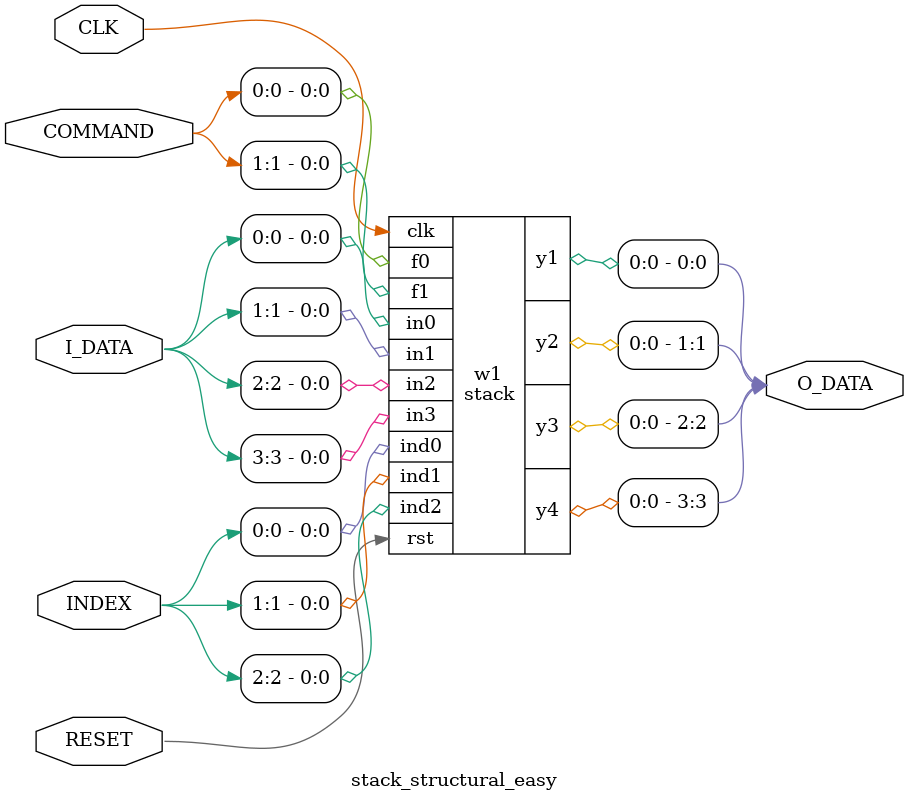
<source format=sv>
module and3(output d, input a, input b, input c);
    wire s1;
    
    and(s1, a, b);
    and(d, s1, c);

endmodule

module nand3(output d, input a, input b, input c);
    wire s1;
    
    and3 w1(s1, a, b, c);
    not(d, s1);

endmodule

module d_trig(
    output y, input d,
    input clk);
    wire s1, s2, s4, notd,w,z,y1;
    
    assign w = y === 1'b1;
    assign z = y1 === 1'b1;

    not(notd, d);
    nand(s1, d, clk);
    nand(s2, notd, clk);
    nand(y, s1, z);
    nand(s4, w, s2);
    or(y1, 1'b0, s4);

endmodule

module add1mod5(output y1, output y2, input a0, input a1, input b);
    wire s1, s2, s3;
    
    xor(s1, a0, a1);
    and(s2, s1, b);
    and(s3, a0, a1);
    xor(y1, s1, b);
    or(y2, s2, s3);
    
endmodule

module mx2_1(output y, input x0, input x1, input a);
    wire s1, s2;
    
    not(b, a);
    and(s1, x0, b);
    and(s2, x1, a);
    or(y, s1, s2);
    
endmodule

module mx2_2(output y1, output y2, input x11, input x21, input x12, input x22, input a);
    
    mx2_1 w1(y1, x11, x12, a);
    mx2_1 w2(y2, x21, x22, a);
    
endmodule

module mx3_1(output y1, output y2, output y3, input x11, input x21, input x31, input x12, input x22, input x32, input a);
    
    mx2_1 w1(y1, x11, x12, a);
    mx2_1 w2(y2, x21, x22, a);
    mx2_1 w3(y3, x31, x32, a);
    
endmodule

module mx4_1(output y1, output y2, output y3, output y4, input x11, input x21, input x31, input x41, input x12, input x22, input x32, input x42, input a);
    
    mx2_1 w1(y1, x11, x12, a);
    mx2_1 w2(y2, x21, x22, a);
    mx2_1 w3(y3, x31, x32, a);
    mx2_1 w4(y4, x41, x42, a);
    
endmodule

module mx5_1(output y1, output y2, output y3, output y4, output y5, input x11, input x21, input x31, input x41, input x51, input x12, input x22, input x32, input x42, input x52, input a);
    
    mx2_1 w1(y1, x11, x12, a);
    mx2_1 w2(y2, x21, x22, a);
    mx2_1 w3(y3, x31, x32, a);
    mx2_1 w4(y4, x41, x42, a);
    mx2_1 w5(y5, x51, x52, a);
    
endmodule

module mx20_4(output y1, output y2, output y3, output y4, input x11, input x21, input x31, input x41, input x12, input x22, input x32, input x42, input x13, input x23, input x33, input x43, input x14, input x24, input x34, input x44, input x15, input x25, input x35, input x45, input a1, input a2, input a3, input a4, input a5);
    wire s11, s21, s31, s41, s12, s22, s32, s42, s13, s23, s33, s43, s14, s24, s34, s44;
    
    mx4_1 w1(s11, s21, s31, s41, 1'b0, 1'b0, 1'b0, 1'b0, x11, x21, x31, x41, a1);
    mx4_1 w2(s12, s22, s32, s42, s11, s21, s31, s41, x12, x22, x32, x42, a2);
    mx4_1 w3(s13, s23, s33, s43, s12, s22, s32, s42, x13, x23, x33, x43, a3);
    mx4_1 w4(s14, s24, s34, s44, s13, s23, s33, s43, x14, x24, x34, x44, a4);
    mx4_1 w5(y1, y2, y3, y4, s14, s24, s34, s44, x15, x25, x35, x45, a5);

endmodule

module mem1(output y, input x, input clk, input rst);
    wire s1, s2;
    
    mx2_1 w1(s2, x, 1'b0, rst);
    or(s1, clk, rst);
    d_trig w2(y, s2, s1);
    
endmodule

module mem3(output y1, output y2, output y3, input x1, input x2, input x3, input clk, input rst);
    
    mem1 w1(y1, x1, clk, rst);
    mem1 w2(y2, x2, clk, rst);
    mem1 w3(y3, x3, clk, rst);
    
endmodule

module mem4(output y1, output y2, output y3, output y4, input x1, input x2, input x3, input x4, input wr, input clk, input rst);
    wire c;
    
    and(c, wr, clk);
    mem1 w1(y1, x1, c, rst);
    mem1 w2(y2, x2, c, rst);
    mem1 w3(y3, x3, c, rst);
    mem1 w4(y4, x4, c, rst);

endmodule

module dec3_5(output y1, output y2, output y3, output y4, output y5,
    input x1, input x2, input x3);
    wire x11, x21, x31;
    
    not(x11, x1);
    not(x21, x2);
    not(x31, x3);
    and3 w1(y5, x31, x21, x11);
    and3 w2(y4, x31, x21, x1);
    and3 w3(y3, x31, x2, x11);
    and3 w4(y2, x31, x2, x1);
    and3 w5(y1, x3, x21, x11);
    
endmodule

module dec2_4(output y1, output y2, output y3, output y4, input x1, input x2);
    wire x11, x21;
    
    not(x11, x1);
    not(x21, x2);
    and(y1, x21, x11);
    and(y2, x21, x1);
    and(y3, x2, x11);
    and(y4, x2, x1);

endmodule

module c5_3(output y1, output y2, output y3, input x1, input x2, input x3, input x4, input x5);

    or(y1, x2, x4);
    or(y2, x3, x4);
    or(y3, x5, x5);

endmodule

module mod5min3(output y1, output y2, output y3, input x1, input x2, input x3);
    wire s1, s2, s3, s4, s5;
    
    dec3_5 w1(s1, s2, s3, s4, s5, x1, x2, x3);
    c5_3 w2(y1, y2, y3, s5, s1, s2, s3, s4);

endmodule

module mod5_4bit(output y1, output y2, output y3, input q0, input q1, input q2, input q3);
    wire x1, x2, x11, x21, s11, s21, s12, s22, s31, s32, s41, s42, s1, s2, s3, s;
    
    xor(x1, q0, q2);
    xor(x2, q1, q3);
    mx2_1 w1(x11, 1'b0, 1'b1, x1);
    mx2_1 w2(x21, 1'b0, 1'b1, x2);
    mx2_2 w3(s11, s21, 1'b0, 1'b0, q0, q2, x11);
    mx2_2 w4(s12, s22, 1'b0, 1'b0, q1, q3, x21);
    add1mod5 w5(s31, s32, s11, 1'b1, 1'b0);
    add1mod5 w6(s41, s42, s12, 1'b1, s32);
    mx3_1 w7(s1, s2, s3, s11, s12, s21, s31, s41, s42, s22);
    and(s, s2, s3);
    mx3_1 w8(y1, y2, y3, s1, s2, s3, 1'b1, 1'b0, 1'b0, s);
    
endmodule

module add3mod5(output y1, output y2, output y3, input a0, input a1, input a2, input b0, input b1, input b2);
    wire y10, y20, y11, y21, y12, y22;
    
    add1mod5 w1(y10, y20, a0, b0, 1'b0);
    add1mod5 w2(y11, y21, a1, b1, y20);
    add1mod5 w3(y12, y22, a2, b2, y21);
    mod5_4bit w4(y1, y2, y3, y10, y11, y12, y22);
endmodule

module gate(output y, input c, input a);
    wire cb;
    assign cb = ~c; 
    nmos n1(y,a,c);
    pmos p1(y,a,cb);
endmodule  

module stack(output y1, output y2, output y3, output y4, input ind0, input ind1, input ind2, input in0, input in1, input in2, input in3, input f0, input f1, input clk, input rst);
    wire ind0a, ind1a, ind2a, ind0b, ind1b, ind2b, ind0c, ind1c, ind2c, clk02, clk12, clk22, clk32, clk42, clk01, clk11, clk21, clk31, clk41, index00, index01, index02, clk0, clk1, clk2, clk3, clk4, f00, f01, f10, f11, el01, el11, el21, el31, el02, el12, el22, el32, el03, el13, el23, el33, el04, el14, el24, el34, el05, el15, el25, el35, z0, z1, z2, z3, z4, p0, p1, p2, r0, r1, r2, q00, q10, q20, q01, q11, q21, q02, q12, q22, index10, index11, index12, index20, index21, index22, notclk, con, y111, y211, y311, y411, y, ind0aa, ind1aa, ind2aa;

    // get
    add3mod5 w0(ind0aa, ind1aa, ind2aa, ind0, ind1, ind2, 1'b0, 1'b0, 1'b0);
    mod5min3 w1(ind0a, ind1a, ind2a, ind0aa, ind1aa, ind2aa);
    add3mod5 w2(ind0b, ind1b, ind2b, ind0a, ind1a, ind2a, index00, index01, index02);
    add3mod5 w3(ind0c, ind1c, ind2c, ind0b, ind1b, ind2b, 1'b0, 1'b0, 1'b1);
    dec3_5 w4(clk02, clk12, clk22, clk32, clk42, ind0c, ind1c, ind2c);
    dec3_5 w5(clk01, clk11, clk21, clk31, clk41, index00, index01, index02);
    mx5_1 w6(clk0, clk1, clk2, clk3, clk4, clk01, clk11, clk21, clk31, clk41, clk02, clk12, clk22, clk32, clk42, clk_f11);
    // input
    dec2_4 w7(f00, f01, f10, f11, f0, f1);
    and(clk_f10, clk, f10);
    and(clk_f11, clk, f11);
    and(clk_f01, clk, f01);
    // main_mem
    mem4 w8(el01, el11, el21, el31, in0, in1, in2, in3, clk_f01, clk0, rst);
    mem4 w9(el02, el12, el22, el32, in0, in1, in2, in3, clk_f01, clk1, rst);
    mem4 w10(el03, el13, el23, el33, in0, in1, in2, in3, clk_f01, clk2, rst);
    mem4 w11(el04, el14, el24, el34, in0, in1, in2, in3, clk_f01, clk3, rst);
    mem4 w12(el05, el15, el25, el35, in0, in1, in2, in3, clk_f01, clk4, rst);
    // output
    mx5_1 w13(z0, z1, z2, z3, z4, clk0, clk1, clk2, clk3, clk4, clk4, clk0, clk1, clk2, clk3, clk_f10);
    // let the stack always output something and not only when the commands are 10 or 11
    mx20_4 w14(y111, y211, y311, y411, el01, el11, el21, el31, el02, el12, el22, el32, el03, el13, el23, el33, el04, el14, el24, el34, el05, el15, el25, el35, z0, z1, z2, z3, z4);
    // indexes
    add3mod5 w15(p0, p1, p2, 1'b1, 1'b0, 1'b0, index00, index01, index02);
    add3mod5 w16(r0, r1, r2, 1'b0, 1'b0, 1'b1, index00, index01, index02);
    mx3_1 w17(q00, q10, q20, index00, index01, index02, r0, r1, r2, clk_f10);
    mx3_1 w18(q01, q11, q21, q00, q10, q20, 1'b0, 1'b0, 1'b0, rst);
    mx3_1 w19(q02, q12, q22, q01, q11, q21, p0, p1, p2, clk_f01);
    mem3 w20(index10, index11, index12, q02, q12, q22, clk, rst);
    mem3 w21(index20, index21, index22, index10, index11, index12, clk, rst);
    not(notclk, clk);
    mem3 w22(index00, index01, index02, index20, index21, index22, notclk, rst);
    or(con, clk_f10, clk_f11);
    gate w23(y, con, 1'b1);
    mx4_1 w24(y1, y2, y3, y4, 1'b0, 1'b0, 1'b0, 1'b0, y111, y211, y311, y411, y);

endmodule    

module stack_structural_easy(
    output wire[3:0] O_DATA, 
    input wire RESET, 
    input wire CLK, 
    input wire[1:0] COMMAND, 
    input wire[2:0] INDEX,
    input wire[3:0] I_DATA
    ); 
    
    stack w1(O_DATA[0], O_DATA[1], O_DATA[2], O_DATA[3], INDEX[0], INDEX[1], INDEX[2], I_DATA[0], I_DATA[1], I_DATA[2], I_DATA[3], COMMAND[0], COMMAND[1], CLK, RESET);

endmodule

</source>
